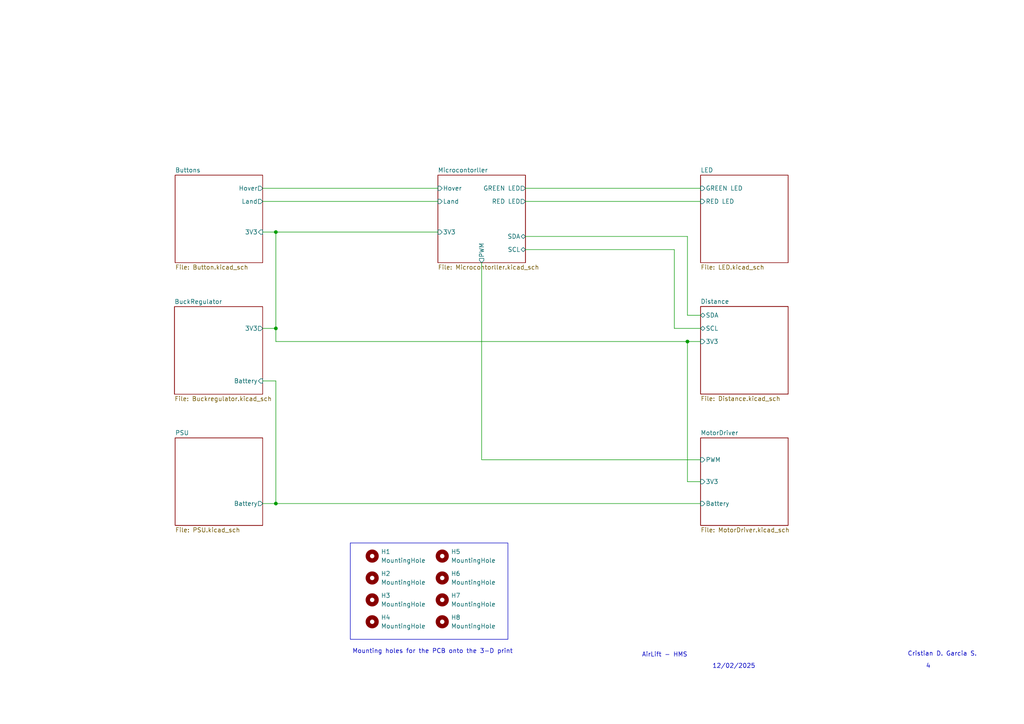
<source format=kicad_sch>
(kicad_sch
	(version 20250114)
	(generator "eeschema")
	(generator_version "9.0")
	(uuid "f58d4a15-dad3-4b2d-a625-0883ffa8695e")
	(paper "A4")
	(lib_symbols
		(symbol "Mechanical:MountingHole"
			(pin_names
				(offset 1.016)
			)
			(exclude_from_sim no)
			(in_bom no)
			(on_board yes)
			(property "Reference" "H"
				(at 0 5.08 0)
				(effects
					(font
						(size 1.27 1.27)
					)
				)
			)
			(property "Value" "MountingHole"
				(at 0 3.175 0)
				(effects
					(font
						(size 1.27 1.27)
					)
				)
			)
			(property "Footprint" ""
				(at 0 0 0)
				(effects
					(font
						(size 1.27 1.27)
					)
					(hide yes)
				)
			)
			(property "Datasheet" "~"
				(at 0 0 0)
				(effects
					(font
						(size 1.27 1.27)
					)
					(hide yes)
				)
			)
			(property "Description" "Mounting Hole without connection"
				(at 0 0 0)
				(effects
					(font
						(size 1.27 1.27)
					)
					(hide yes)
				)
			)
			(property "ki_keywords" "mounting hole"
				(at 0 0 0)
				(effects
					(font
						(size 1.27 1.27)
					)
					(hide yes)
				)
			)
			(property "ki_fp_filters" "MountingHole*"
				(at 0 0 0)
				(effects
					(font
						(size 1.27 1.27)
					)
					(hide yes)
				)
			)
			(symbol "MountingHole_0_1"
				(circle
					(center 0 0)
					(radius 1.27)
					(stroke
						(width 1.27)
						(type default)
					)
					(fill
						(type none)
					)
				)
			)
			(embedded_fonts no)
		)
	)
	(rectangle
		(start 101.6 157.48)
		(end 147.32 185.42)
		(stroke
			(width 0)
			(type default)
		)
		(fill
			(type none)
		)
		(uuid 780b45e3-e953-4626-a337-bd8dcb1c9c8c)
	)
	(text "Mounting holes for the PCB onto the 3-D print"
		(exclude_from_sim no)
		(at 125.476 188.976 0)
		(effects
			(font
				(size 1.27 1.27)
			)
		)
		(uuid "352b55b3-7049-4d23-8115-e4f6468e8b10")
	)
	(text "AirLift - HMS"
		(exclude_from_sim no)
		(at 192.786 189.992 0)
		(effects
			(font
				(size 1.27 1.27)
			)
		)
		(uuid "3fa765c5-ccdd-4e05-bd65-7c62d5cd2fd5")
	)
	(text "12/02/2025"
		(exclude_from_sim no)
		(at 212.852 193.294 0)
		(effects
			(font
				(size 1.27 1.27)
			)
		)
		(uuid "4e0653ca-5bbf-46ec-8999-7aace80ccbc9")
	)
	(text "Cristian D. Garcia S."
		(exclude_from_sim no)
		(at 273.304 189.738 0)
		(effects
			(font
				(size 1.27 1.27)
			)
		)
		(uuid "f28b475c-5ab8-46e5-a35b-2377e826383d")
	)
	(text "4"
		(exclude_from_sim no)
		(at 269.24 193.294 0)
		(effects
			(font
				(size 1.27 1.27)
			)
		)
		(uuid "f36ce811-49f8-4001-b393-71018e328a53")
	)
	(junction
		(at 80.01 146.05)
		(diameter 0)
		(color 0 0 0 0)
		(uuid "002413c6-73e7-4809-98f9-1a3b64a9881f")
	)
	(junction
		(at 80.01 67.31)
		(diameter 0)
		(color 0 0 0 0)
		(uuid "38944fd0-4ffd-435e-b3ff-18a2a6a48476")
	)
	(junction
		(at 80.01 95.25)
		(diameter 0)
		(color 0 0 0 0)
		(uuid "cd637ce4-6df4-4808-be5f-fcf4a6de23e2")
	)
	(junction
		(at 199.39 99.06)
		(diameter 0)
		(color 0 0 0 0)
		(uuid "f6b7acef-4629-469d-8013-148c0a26dbbf")
	)
	(wire
		(pts
			(xy 80.01 67.31) (xy 127 67.31)
		)
		(stroke
			(width 0)
			(type default)
		)
		(uuid "005b8315-85bc-422a-9b5b-7da240d738d7")
	)
	(wire
		(pts
			(xy 139.7 133.35) (xy 203.2 133.35)
		)
		(stroke
			(width 0)
			(type default)
		)
		(uuid "08998d78-df2f-4005-a671-0135ea6bfd45")
	)
	(wire
		(pts
			(xy 80.01 146.05) (xy 76.2 146.05)
		)
		(stroke
			(width 0)
			(type default)
		)
		(uuid "0d221e6c-5ff1-4d5b-ad24-39525aa9dd00")
	)
	(wire
		(pts
			(xy 76.2 95.25) (xy 80.01 95.25)
		)
		(stroke
			(width 0)
			(type default)
		)
		(uuid "19015a68-17c8-40e2-b124-66423fb3db3e")
	)
	(wire
		(pts
			(xy 76.2 58.42) (xy 127 58.42)
		)
		(stroke
			(width 0)
			(type default)
		)
		(uuid "1b605b23-bbd1-4ef8-8dff-82a0b16d32d1")
	)
	(wire
		(pts
			(xy 152.4 72.39) (xy 195.58 72.39)
		)
		(stroke
			(width 0)
			(type default)
		)
		(uuid "2298f559-82bb-438b-b60e-d3826f4e2730")
	)
	(wire
		(pts
			(xy 76.2 110.49) (xy 80.01 110.49)
		)
		(stroke
			(width 0)
			(type default)
		)
		(uuid "2e483e4d-fb14-4acc-9615-cc78b8aeba7c")
	)
	(wire
		(pts
			(xy 199.39 91.44) (xy 203.2 91.44)
		)
		(stroke
			(width 0)
			(type default)
		)
		(uuid "2e8e7515-f77f-42ac-9bb2-a003459df015")
	)
	(wire
		(pts
			(xy 80.01 95.25) (xy 80.01 67.31)
		)
		(stroke
			(width 0)
			(type default)
		)
		(uuid "3c3949d7-1fa6-492b-ab36-79057df32c43")
	)
	(wire
		(pts
			(xy 80.01 67.31) (xy 76.2 67.31)
		)
		(stroke
			(width 0)
			(type default)
		)
		(uuid "3f671eb2-7f8c-4a90-84a8-65ea2d482ad6")
	)
	(wire
		(pts
			(xy 152.4 68.58) (xy 199.39 68.58)
		)
		(stroke
			(width 0)
			(type default)
		)
		(uuid "49976390-31ac-420c-8d8d-4bbb48449944")
	)
	(wire
		(pts
			(xy 80.01 110.49) (xy 80.01 146.05)
		)
		(stroke
			(width 0)
			(type default)
		)
		(uuid "527d241f-386d-412e-a920-0fcb75d3926d")
	)
	(wire
		(pts
			(xy 199.39 99.06) (xy 80.01 99.06)
		)
		(stroke
			(width 0)
			(type default)
		)
		(uuid "669c5c29-07b0-40d7-afa6-7fdde9982c8e")
	)
	(wire
		(pts
			(xy 152.4 58.42) (xy 203.2 58.42)
		)
		(stroke
			(width 0)
			(type default)
		)
		(uuid "72a25eed-0595-41bd-991e-dd61333d481c")
	)
	(wire
		(pts
			(xy 152.4 54.61) (xy 203.2 54.61)
		)
		(stroke
			(width 0)
			(type default)
		)
		(uuid "7c815635-20c4-465c-90c3-bad941bb3dca")
	)
	(wire
		(pts
			(xy 195.58 95.25) (xy 203.2 95.25)
		)
		(stroke
			(width 0)
			(type default)
		)
		(uuid "84079250-50e0-4fe4-9980-4279a96364a7")
	)
	(wire
		(pts
			(xy 203.2 139.7) (xy 199.39 139.7)
		)
		(stroke
			(width 0)
			(type default)
		)
		(uuid "9208994d-c885-484e-a3e8-5f5226f64e45")
	)
	(wire
		(pts
			(xy 80.01 146.05) (xy 203.2 146.05)
		)
		(stroke
			(width 0)
			(type default)
		)
		(uuid "9e1c7f21-e3fd-4d5c-91bf-06aad1e80411")
	)
	(wire
		(pts
			(xy 203.2 99.06) (xy 199.39 99.06)
		)
		(stroke
			(width 0)
			(type default)
		)
		(uuid "a137b202-cf4d-428f-b4df-3daec5240515")
	)
	(wire
		(pts
			(xy 195.58 72.39) (xy 195.58 95.25)
		)
		(stroke
			(width 0)
			(type default)
		)
		(uuid "c44ffed1-21b7-417f-8e4d-96461b86fb14")
	)
	(wire
		(pts
			(xy 199.39 68.58) (xy 199.39 91.44)
		)
		(stroke
			(width 0)
			(type default)
		)
		(uuid "d178f2d2-8976-4c0a-a703-6849e0ae0d76")
	)
	(wire
		(pts
			(xy 139.7 76.2) (xy 139.7 133.35)
		)
		(stroke
			(width 0)
			(type default)
		)
		(uuid "da5d42a6-9150-4663-ad8c-1e39a3756c7a")
	)
	(wire
		(pts
			(xy 80.01 99.06) (xy 80.01 95.25)
		)
		(stroke
			(width 0)
			(type default)
		)
		(uuid "df48de79-917b-4cb9-a314-10785f157938")
	)
	(wire
		(pts
			(xy 199.39 139.7) (xy 199.39 99.06)
		)
		(stroke
			(width 0)
			(type default)
		)
		(uuid "ee2c7664-7a94-448b-a6f7-69b250b2e227")
	)
	(wire
		(pts
			(xy 76.2 54.61) (xy 127 54.61)
		)
		(stroke
			(width 0)
			(type default)
		)
		(uuid "f7cb77eb-25d9-4a8f-a011-3e880e3e26e1")
	)
	(symbol
		(lib_id "Mechanical:MountingHole")
		(at 128.27 173.99 0)
		(unit 1)
		(exclude_from_sim no)
		(in_bom no)
		(on_board yes)
		(dnp no)
		(fields_autoplaced yes)
		(uuid "7be07d22-981c-49c6-b71c-6ea8c1605298")
		(property "Reference" "H7"
			(at 130.81 172.7199 0)
			(effects
				(font
					(size 1.27 1.27)
				)
				(justify left)
			)
		)
		(property "Value" "MountingHole"
			(at 130.81 175.2599 0)
			(effects
				(font
					(size 1.27 1.27)
				)
				(justify left)
			)
		)
		(property "Footprint" "MountingHole:MountingHole_3.2mm_M3"
			(at 128.27 173.99 0)
			(effects
				(font
					(size 1.27 1.27)
				)
				(hide yes)
			)
		)
		(property "Datasheet" "~"
			(at 128.27 173.99 0)
			(effects
				(font
					(size 1.27 1.27)
				)
				(hide yes)
			)
		)
		(property "Description" "Mounting Hole without connection"
			(at 128.27 173.99 0)
			(effects
				(font
					(size 1.27 1.27)
				)
				(hide yes)
			)
		)
		(instances
			(project "HMS"
				(path "/f58d4a15-dad3-4b2d-a625-0883ffa8695e"
					(reference "H7")
					(unit 1)
				)
			)
		)
	)
	(symbol
		(lib_id "Mechanical:MountingHole")
		(at 128.27 161.29 0)
		(unit 1)
		(exclude_from_sim no)
		(in_bom no)
		(on_board yes)
		(dnp no)
		(fields_autoplaced yes)
		(uuid "7e1a9cdf-b072-4d68-83f1-2a6374b32c97")
		(property "Reference" "H5"
			(at 130.81 160.0199 0)
			(effects
				(font
					(size 1.27 1.27)
				)
				(justify left)
			)
		)
		(property "Value" "MountingHole"
			(at 130.81 162.5599 0)
			(effects
				(font
					(size 1.27 1.27)
				)
				(justify left)
			)
		)
		(property "Footprint" "MountingHole:MountingHole_3.2mm_M3"
			(at 128.27 161.29 0)
			(effects
				(font
					(size 1.27 1.27)
				)
				(hide yes)
			)
		)
		(property "Datasheet" "~"
			(at 128.27 161.29 0)
			(effects
				(font
					(size 1.27 1.27)
				)
				(hide yes)
			)
		)
		(property "Description" "Mounting Hole without connection"
			(at 128.27 161.29 0)
			(effects
				(font
					(size 1.27 1.27)
				)
				(hide yes)
			)
		)
		(instances
			(project "HMS"
				(path "/f58d4a15-dad3-4b2d-a625-0883ffa8695e"
					(reference "H5")
					(unit 1)
				)
			)
		)
	)
	(symbol
		(lib_id "Mechanical:MountingHole")
		(at 128.27 180.34 0)
		(unit 1)
		(exclude_from_sim no)
		(in_bom no)
		(on_board yes)
		(dnp no)
		(fields_autoplaced yes)
		(uuid "92ddf246-7bfe-431b-90c6-fb75d278870e")
		(property "Reference" "H8"
			(at 130.81 179.0699 0)
			(effects
				(font
					(size 1.27 1.27)
				)
				(justify left)
			)
		)
		(property "Value" "MountingHole"
			(at 130.81 181.6099 0)
			(effects
				(font
					(size 1.27 1.27)
				)
				(justify left)
			)
		)
		(property "Footprint" "MountingHole:MountingHole_3.2mm_M3"
			(at 128.27 180.34 0)
			(effects
				(font
					(size 1.27 1.27)
				)
				(hide yes)
			)
		)
		(property "Datasheet" "~"
			(at 128.27 180.34 0)
			(effects
				(font
					(size 1.27 1.27)
				)
				(hide yes)
			)
		)
		(property "Description" "Mounting Hole without connection"
			(at 128.27 180.34 0)
			(effects
				(font
					(size 1.27 1.27)
				)
				(hide yes)
			)
		)
		(instances
			(project "HMS"
				(path "/f58d4a15-dad3-4b2d-a625-0883ffa8695e"
					(reference "H8")
					(unit 1)
				)
			)
		)
	)
	(symbol
		(lib_id "Mechanical:MountingHole")
		(at 107.95 161.29 0)
		(unit 1)
		(exclude_from_sim no)
		(in_bom no)
		(on_board yes)
		(dnp no)
		(fields_autoplaced yes)
		(uuid "92fb3732-b675-4f4c-89bc-bf6ea5610577")
		(property "Reference" "H1"
			(at 110.49 160.0199 0)
			(effects
				(font
					(size 1.27 1.27)
				)
				(justify left)
			)
		)
		(property "Value" "MountingHole"
			(at 110.49 162.5599 0)
			(effects
				(font
					(size 1.27 1.27)
				)
				(justify left)
			)
		)
		(property "Footprint" "MountingHole:MountingHole_3.2mm_M3"
			(at 107.95 161.29 0)
			(effects
				(font
					(size 1.27 1.27)
				)
				(hide yes)
			)
		)
		(property "Datasheet" "~"
			(at 107.95 161.29 0)
			(effects
				(font
					(size 1.27 1.27)
				)
				(hide yes)
			)
		)
		(property "Description" "Mounting Hole without connection"
			(at 107.95 161.29 0)
			(effects
				(font
					(size 1.27 1.27)
				)
				(hide yes)
			)
		)
		(instances
			(project ""
				(path "/f58d4a15-dad3-4b2d-a625-0883ffa8695e"
					(reference "H1")
					(unit 1)
				)
			)
		)
	)
	(symbol
		(lib_id "Mechanical:MountingHole")
		(at 128.27 167.64 0)
		(unit 1)
		(exclude_from_sim no)
		(in_bom no)
		(on_board yes)
		(dnp no)
		(fields_autoplaced yes)
		(uuid "a7fbebca-1f77-41c6-a6c4-4174f75be64e")
		(property "Reference" "H6"
			(at 130.81 166.3699 0)
			(effects
				(font
					(size 1.27 1.27)
				)
				(justify left)
			)
		)
		(property "Value" "MountingHole"
			(at 130.81 168.9099 0)
			(effects
				(font
					(size 1.27 1.27)
				)
				(justify left)
			)
		)
		(property "Footprint" "MountingHole:MountingHole_3.2mm_M3"
			(at 128.27 167.64 0)
			(effects
				(font
					(size 1.27 1.27)
				)
				(hide yes)
			)
		)
		(property "Datasheet" "~"
			(at 128.27 167.64 0)
			(effects
				(font
					(size 1.27 1.27)
				)
				(hide yes)
			)
		)
		(property "Description" "Mounting Hole without connection"
			(at 128.27 167.64 0)
			(effects
				(font
					(size 1.27 1.27)
				)
				(hide yes)
			)
		)
		(instances
			(project "HMS"
				(path "/f58d4a15-dad3-4b2d-a625-0883ffa8695e"
					(reference "H6")
					(unit 1)
				)
			)
		)
	)
	(symbol
		(lib_id "Mechanical:MountingHole")
		(at 107.95 180.34 0)
		(unit 1)
		(exclude_from_sim no)
		(in_bom no)
		(on_board yes)
		(dnp no)
		(fields_autoplaced yes)
		(uuid "b41c07e0-f0e3-4566-b12f-cdaba863ddab")
		(property "Reference" "H4"
			(at 110.49 179.0699 0)
			(effects
				(font
					(size 1.27 1.27)
				)
				(justify left)
			)
		)
		(property "Value" "MountingHole"
			(at 110.49 181.6099 0)
			(effects
				(font
					(size 1.27 1.27)
				)
				(justify left)
			)
		)
		(property "Footprint" "MountingHole:MountingHole_3.2mm_M3"
			(at 107.95 180.34 0)
			(effects
				(font
					(size 1.27 1.27)
				)
				(hide yes)
			)
		)
		(property "Datasheet" "~"
			(at 107.95 180.34 0)
			(effects
				(font
					(size 1.27 1.27)
				)
				(hide yes)
			)
		)
		(property "Description" "Mounting Hole without connection"
			(at 107.95 180.34 0)
			(effects
				(font
					(size 1.27 1.27)
				)
				(hide yes)
			)
		)
		(instances
			(project "HMS"
				(path "/f58d4a15-dad3-4b2d-a625-0883ffa8695e"
					(reference "H4")
					(unit 1)
				)
			)
		)
	)
	(symbol
		(lib_id "Mechanical:MountingHole")
		(at 107.95 173.99 0)
		(unit 1)
		(exclude_from_sim no)
		(in_bom no)
		(on_board yes)
		(dnp no)
		(fields_autoplaced yes)
		(uuid "b575f1cf-ac03-4267-92a0-cbd6389efb49")
		(property "Reference" "H3"
			(at 110.49 172.7199 0)
			(effects
				(font
					(size 1.27 1.27)
				)
				(justify left)
			)
		)
		(property "Value" "MountingHole"
			(at 110.49 175.2599 0)
			(effects
				(font
					(size 1.27 1.27)
				)
				(justify left)
			)
		)
		(property "Footprint" "MountingHole:MountingHole_3.2mm_M3"
			(at 107.95 173.99 0)
			(effects
				(font
					(size 1.27 1.27)
				)
				(hide yes)
			)
		)
		(property "Datasheet" "~"
			(at 107.95 173.99 0)
			(effects
				(font
					(size 1.27 1.27)
				)
				(hide yes)
			)
		)
		(property "Description" "Mounting Hole without connection"
			(at 107.95 173.99 0)
			(effects
				(font
					(size 1.27 1.27)
				)
				(hide yes)
			)
		)
		(instances
			(project "HMS"
				(path "/f58d4a15-dad3-4b2d-a625-0883ffa8695e"
					(reference "H3")
					(unit 1)
				)
			)
		)
	)
	(symbol
		(lib_id "Mechanical:MountingHole")
		(at 107.95 167.64 0)
		(unit 1)
		(exclude_from_sim no)
		(in_bom no)
		(on_board yes)
		(dnp no)
		(fields_autoplaced yes)
		(uuid "df5d7080-ad57-438e-bc72-2fd5e6e26b6e")
		(property "Reference" "H2"
			(at 110.49 166.3699 0)
			(effects
				(font
					(size 1.27 1.27)
				)
				(justify left)
			)
		)
		(property "Value" "MountingHole"
			(at 110.49 168.9099 0)
			(effects
				(font
					(size 1.27 1.27)
				)
				(justify left)
			)
		)
		(property "Footprint" "MountingHole:MountingHole_3.2mm_M3"
			(at 107.95 167.64 0)
			(effects
				(font
					(size 1.27 1.27)
				)
				(hide yes)
			)
		)
		(property "Datasheet" "~"
			(at 107.95 167.64 0)
			(effects
				(font
					(size 1.27 1.27)
				)
				(hide yes)
			)
		)
		(property "Description" "Mounting Hole without connection"
			(at 107.95 167.64 0)
			(effects
				(font
					(size 1.27 1.27)
				)
				(hide yes)
			)
		)
		(instances
			(project "HMS"
				(path "/f58d4a15-dad3-4b2d-a625-0883ffa8695e"
					(reference "H2")
					(unit 1)
				)
			)
		)
	)
	(sheet
		(at 50.8 127)
		(size 25.4 25.4)
		(exclude_from_sim no)
		(in_bom yes)
		(on_board yes)
		(dnp no)
		(fields_autoplaced yes)
		(stroke
			(width 0.1524)
			(type solid)
		)
		(fill
			(color 0 0 0 0.0000)
		)
		(uuid "2d4ce2ca-8b05-4995-a001-1a5091b94039")
		(property "Sheetname" "PSU"
			(at 50.8 126.2884 0)
			(effects
				(font
					(size 1.27 1.27)
				)
				(justify left bottom)
			)
		)
		(property "Sheetfile" "PSU.kicad_sch"
			(at 50.8 152.9846 0)
			(effects
				(font
					(size 1.27 1.27)
				)
				(justify left top)
			)
		)
		(pin "Battery" output
			(at 76.2 146.05 0)
			(uuid "313994ff-087d-45d0-a367-85de7b34478a")
			(effects
				(font
					(size 1.27 1.27)
				)
				(justify right)
			)
		)
		(instances
			(project "HMS"
				(path "/f58d4a15-dad3-4b2d-a625-0883ffa8695e"
					(page "6")
				)
			)
		)
	)
	(sheet
		(at 127 50.8)
		(size 25.4 25.4)
		(exclude_from_sim no)
		(in_bom yes)
		(on_board yes)
		(dnp no)
		(fields_autoplaced yes)
		(stroke
			(width 0.1524)
			(type solid)
		)
		(fill
			(color 0 0 0 0.0000)
		)
		(uuid "54963e36-cffa-4308-9618-770c45afa67c")
		(property "Sheetname" "Microcontorller"
			(at 127 50.0884 0)
			(effects
				(font
					(size 1.27 1.27)
				)
				(justify left bottom)
			)
		)
		(property "Sheetfile" "Microcontorller.kicad_sch"
			(at 127 76.7846 0)
			(effects
				(font
					(size 1.27 1.27)
				)
				(justify left top)
			)
		)
		(pin "SDA" bidirectional
			(at 152.4 68.58 0)
			(uuid "3d548553-1867-4842-9622-216cedde268b")
			(effects
				(font
					(size 1.27 1.27)
				)
				(justify right)
			)
		)
		(pin "SCL" bidirectional
			(at 152.4 72.39 0)
			(uuid "d94dd6ec-efc6-435c-a808-5607d4ad1bca")
			(effects
				(font
					(size 1.27 1.27)
				)
				(justify right)
			)
		)
		(pin "3V3" input
			(at 127 67.31 180)
			(uuid "8f6e42be-7bc9-4712-8571-731f281e2e9a")
			(effects
				(font
					(size 1.27 1.27)
				)
				(justify left)
			)
		)
		(pin "Land" input
			(at 127 58.42 180)
			(uuid "dd259ad3-adfc-4919-8b25-c9aaed3179f9")
			(effects
				(font
					(size 1.27 1.27)
				)
				(justify left)
			)
		)
		(pin "Hover" input
			(at 127 54.61 180)
			(uuid "f5ff737d-cefb-43b3-8c6a-54481d3c01e6")
			(effects
				(font
					(size 1.27 1.27)
				)
				(justify left)
			)
		)
		(pin "GREEN LED" output
			(at 152.4 54.61 0)
			(uuid "dbc8b44b-2adf-48ec-9f9f-80832426e51f")
			(effects
				(font
					(size 1.27 1.27)
				)
				(justify right)
			)
		)
		(pin "RED LED" output
			(at 152.4 58.42 0)
			(uuid "65bf4278-198a-4af5-8c82-3cbf585a7464")
			(effects
				(font
					(size 1.27 1.27)
				)
				(justify right)
			)
		)
		(pin "PWM" output
			(at 139.7 76.2 270)
			(uuid "a74993d3-4012-4dc4-97be-043b987040e1")
			(effects
				(font
					(size 1.27 1.27)
				)
				(justify left)
			)
		)
		(instances
			(project "HMS"
				(path "/f58d4a15-dad3-4b2d-a625-0883ffa8695e"
					(page "3")
				)
			)
		)
	)
	(sheet
		(at 203.2 127)
		(size 25.4 25.4)
		(exclude_from_sim no)
		(in_bom yes)
		(on_board yes)
		(dnp no)
		(fields_autoplaced yes)
		(stroke
			(width 0.1524)
			(type solid)
		)
		(fill
			(color 0 0 0 0.0000)
		)
		(uuid "61bbf576-9e17-4806-aa88-37d0cd4e4017")
		(property "Sheetname" "MotorDriver"
			(at 203.2 126.2884 0)
			(effects
				(font
					(size 1.27 1.27)
				)
				(justify left bottom)
			)
		)
		(property "Sheetfile" "MotorDriver.kicad_sch"
			(at 203.2 152.9846 0)
			(effects
				(font
					(size 1.27 1.27)
				)
				(justify left top)
			)
		)
		(pin "PWM" input
			(at 203.2 133.35 180)
			(uuid "177ca5b4-adb0-48ef-8242-042951939e48")
			(effects
				(font
					(size 1.27 1.27)
				)
				(justify left)
			)
		)
		(pin "Battery" input
			(at 203.2 146.05 180)
			(uuid "075b3314-6f8c-4da6-b2aa-2d46f0197006")
			(effects
				(font
					(size 1.27 1.27)
				)
				(justify left)
			)
		)
		(pin "3V3" input
			(at 203.2 139.7 180)
			(uuid "5fa2425f-c2a5-4377-a443-dc6f560330c3")
			(effects
				(font
					(size 1.27 1.27)
				)
				(justify left)
			)
		)
		(instances
			(project "HMS"
				(path "/f58d4a15-dad3-4b2d-a625-0883ffa8695e"
					(page "7")
				)
			)
		)
	)
	(sheet
		(at 203.2 88.9)
		(size 25.4 25.4)
		(exclude_from_sim no)
		(in_bom yes)
		(on_board yes)
		(dnp no)
		(fields_autoplaced yes)
		(stroke
			(width 0.1524)
			(type solid)
		)
		(fill
			(color 0 0 0 0.0000)
		)
		(uuid "67310ac2-b8fd-44a9-8b93-fc6de398a6ed")
		(property "Sheetname" "Distance"
			(at 203.2 88.1884 0)
			(effects
				(font
					(size 1.27 1.27)
				)
				(justify left bottom)
			)
		)
		(property "Sheetfile" "Distance.kicad_sch"
			(at 203.2 114.8846 0)
			(effects
				(font
					(size 1.27 1.27)
				)
				(justify left top)
			)
		)
		(pin "SDA" bidirectional
			(at 203.2 91.44 180)
			(uuid "ee0b4938-c4a1-4ed1-9144-1fcd2f227561")
			(effects
				(font
					(size 1.27 1.27)
				)
				(justify left)
			)
		)
		(pin "SCL" bidirectional
			(at 203.2 95.25 180)
			(uuid "ef362911-9638-4667-b419-e6a6efaad2dc")
			(effects
				(font
					(size 1.27 1.27)
				)
				(justify left)
			)
		)
		(pin "3V3" input
			(at 203.2 99.06 180)
			(uuid "fabd8e90-5fff-48da-b9a3-bed2fa1df409")
			(effects
				(font
					(size 1.27 1.27)
				)
				(justify left)
			)
		)
		(instances
			(project "HMS"
				(path "/f58d4a15-dad3-4b2d-a625-0883ffa8695e"
					(page "5")
				)
			)
		)
	)
	(sheet
		(at 50.5978 88.9423)
		(size 25.6022 25.4)
		(exclude_from_sim no)
		(in_bom yes)
		(on_board yes)
		(dnp no)
		(fields_autoplaced yes)
		(stroke
			(width 0.1524)
			(type solid)
		)
		(fill
			(color 0 0 0 0.0000)
		)
		(uuid "949a0c0f-a9c0-4cee-92fe-3384dfd218fd")
		(property "Sheetname" "BuckRegulator"
			(at 50.5978 88.2307 0)
			(effects
				(font
					(size 1.27 1.27)
				)
				(justify left bottom)
			)
		)
		(property "Sheetfile" "Buckregulator.kicad_sch"
			(at 50.5978 114.9269 0)
			(effects
				(font
					(size 1.27 1.27)
				)
				(justify left top)
			)
		)
		(pin "3V3" output
			(at 76.2 95.25 0)
			(uuid "b6707a43-13ac-430d-8b7a-d3c804860acf")
			(effects
				(font
					(size 1.27 1.27)
				)
				(justify right)
			)
		)
		(pin "Battery" input
			(at 76.2 110.49 0)
			(uuid "9b07cd5c-f689-4f1f-886f-af3c9948accd")
			(effects
				(font
					(size 1.27 1.27)
				)
				(justify right)
			)
		)
		(instances
			(project "HMS"
				(path "/f58d4a15-dad3-4b2d-a625-0883ffa8695e"
					(page "5")
				)
			)
		)
	)
	(sheet
		(at 203.2 50.8)
		(size 25.4 25.4)
		(exclude_from_sim no)
		(in_bom yes)
		(on_board yes)
		(dnp no)
		(fields_autoplaced yes)
		(stroke
			(width 0.1524)
			(type solid)
		)
		(fill
			(color 0 0 0 0.0000)
		)
		(uuid "c1d74b3e-a2d7-4db9-9e2e-28179944814d")
		(property "Sheetname" "LED"
			(at 203.2 50.0884 0)
			(effects
				(font
					(size 1.27 1.27)
				)
				(justify left bottom)
			)
		)
		(property "Sheetfile" "LED.kicad_sch"
			(at 203.2 76.7846 0)
			(effects
				(font
					(size 1.27 1.27)
				)
				(justify left top)
			)
		)
		(pin "GREEN LED" input
			(at 203.2 54.61 180)
			(uuid "ef7a1646-0752-4029-9c5e-ab15eb52351a")
			(effects
				(font
					(size 1.27 1.27)
				)
				(justify left)
			)
		)
		(pin "RED LED" input
			(at 203.2 58.42 180)
			(uuid "cd349948-d697-4176-9e83-0571473ac700")
			(effects
				(font
					(size 1.27 1.27)
				)
				(justify left)
			)
		)
		(instances
			(project "HMS"
				(path "/f58d4a15-dad3-4b2d-a625-0883ffa8695e"
					(page "9")
				)
			)
		)
	)
	(sheet
		(at 50.8 50.8)
		(size 25.4 25.4)
		(exclude_from_sim no)
		(in_bom yes)
		(on_board yes)
		(dnp no)
		(fields_autoplaced yes)
		(stroke
			(width 0.1524)
			(type solid)
		)
		(fill
			(color 0 0 0 0.0000)
		)
		(uuid "f5f5fd36-fa51-4a5c-b77b-ae5755a93441")
		(property "Sheetname" "Buttons"
			(at 50.8 50.0884 0)
			(effects
				(font
					(size 1.27 1.27)
				)
				(justify left bottom)
			)
		)
		(property "Sheetfile" "Button.kicad_sch"
			(at 50.8 76.7846 0)
			(effects
				(font
					(size 1.27 1.27)
				)
				(justify left top)
			)
		)
		(pin "3V3" input
			(at 76.2 67.31 0)
			(uuid "ee83050e-6132-47cc-a733-023c22f5f5ca")
			(effects
				(font
					(size 1.27 1.27)
				)
				(justify right)
			)
		)
		(pin "Hover" output
			(at 76.2 54.61 0)
			(uuid "d652c986-2a54-4948-8756-e4a45c48ab09")
			(effects
				(font
					(size 1.27 1.27)
				)
				(justify right)
			)
		)
		(pin "Land" output
			(at 76.2 58.42 0)
			(uuid "a0bddc21-4294-4f1b-9362-55f1befeac86")
			(effects
				(font
					(size 1.27 1.27)
				)
				(justify right)
			)
		)
		(instances
			(project "HMS"
				(path "/f58d4a15-dad3-4b2d-a625-0883ffa8695e"
					(page "7")
				)
			)
		)
	)
	(sheet_instances
		(path "/"
			(page "1")
		)
	)
	(embedded_fonts no)
)

</source>
